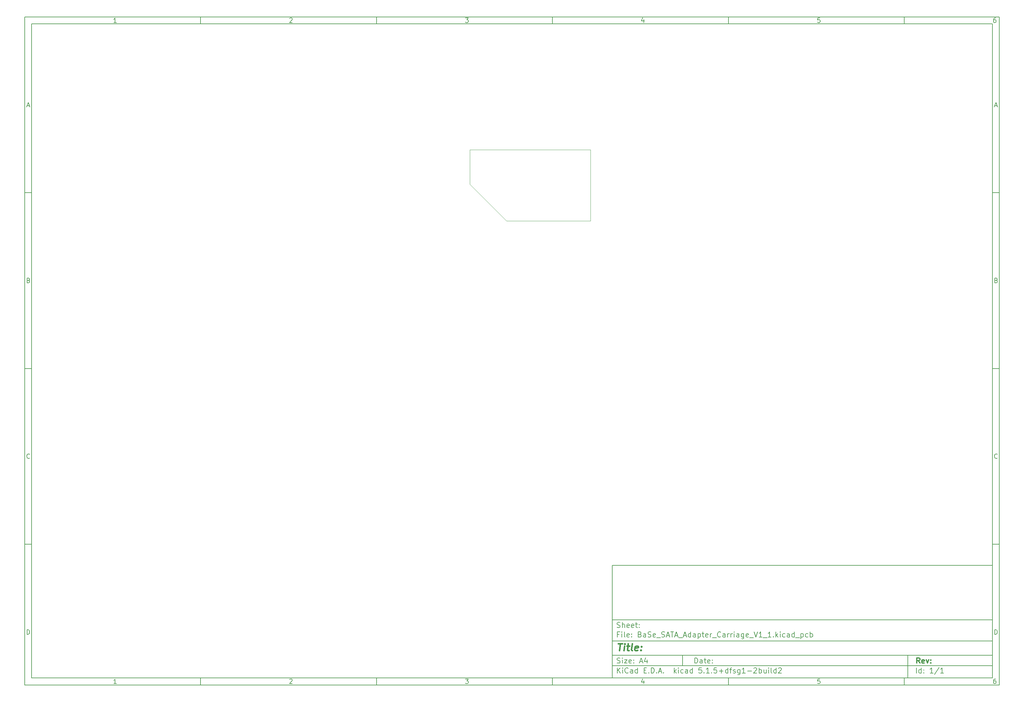
<source format=gbr>
G04 #@! TF.GenerationSoftware,KiCad,Pcbnew,5.1.5+dfsg1-2build2*
G04 #@! TF.CreationDate,2020-07-02T19:51:55+02:00*
G04 #@! TF.ProjectId,BaSe_SATA_Adapter_Carriage_V1_1,42615365-5f53-4415-9441-5f4164617074,rev?*
G04 #@! TF.SameCoordinates,Original*
G04 #@! TF.FileFunction,Profile,NP*
%FSLAX46Y46*%
G04 Gerber Fmt 4.6, Leading zero omitted, Abs format (unit mm)*
G04 Created by KiCad (PCBNEW 5.1.5+dfsg1-2build2) date 2020-07-02 19:51:55*
%MOMM*%
%LPD*%
G04 APERTURE LIST*
%ADD10C,0.100000*%
%ADD11C,0.150000*%
%ADD12C,0.300000*%
%ADD13C,0.400000*%
%ADD14C,0.050000*%
G04 APERTURE END LIST*
D10*
D11*
X177002200Y-166007200D02*
X177002200Y-198007200D01*
X285002200Y-198007200D01*
X285002200Y-166007200D01*
X177002200Y-166007200D01*
D10*
D11*
X10000000Y-10000000D02*
X10000000Y-200007200D01*
X287002200Y-200007200D01*
X287002200Y-10000000D01*
X10000000Y-10000000D01*
D10*
D11*
X12000000Y-12000000D02*
X12000000Y-198007200D01*
X285002200Y-198007200D01*
X285002200Y-12000000D01*
X12000000Y-12000000D01*
D10*
D11*
X60000000Y-12000000D02*
X60000000Y-10000000D01*
D10*
D11*
X110000000Y-12000000D02*
X110000000Y-10000000D01*
D10*
D11*
X160000000Y-12000000D02*
X160000000Y-10000000D01*
D10*
D11*
X210000000Y-12000000D02*
X210000000Y-10000000D01*
D10*
D11*
X260000000Y-12000000D02*
X260000000Y-10000000D01*
D10*
D11*
X36065476Y-11588095D02*
X35322619Y-11588095D01*
X35694047Y-11588095D02*
X35694047Y-10288095D01*
X35570238Y-10473809D01*
X35446428Y-10597619D01*
X35322619Y-10659523D01*
D10*
D11*
X85322619Y-10411904D02*
X85384523Y-10350000D01*
X85508333Y-10288095D01*
X85817857Y-10288095D01*
X85941666Y-10350000D01*
X86003571Y-10411904D01*
X86065476Y-10535714D01*
X86065476Y-10659523D01*
X86003571Y-10845238D01*
X85260714Y-11588095D01*
X86065476Y-11588095D01*
D10*
D11*
X135260714Y-10288095D02*
X136065476Y-10288095D01*
X135632142Y-10783333D01*
X135817857Y-10783333D01*
X135941666Y-10845238D01*
X136003571Y-10907142D01*
X136065476Y-11030952D01*
X136065476Y-11340476D01*
X136003571Y-11464285D01*
X135941666Y-11526190D01*
X135817857Y-11588095D01*
X135446428Y-11588095D01*
X135322619Y-11526190D01*
X135260714Y-11464285D01*
D10*
D11*
X185941666Y-10721428D02*
X185941666Y-11588095D01*
X185632142Y-10226190D02*
X185322619Y-11154761D01*
X186127380Y-11154761D01*
D10*
D11*
X236003571Y-10288095D02*
X235384523Y-10288095D01*
X235322619Y-10907142D01*
X235384523Y-10845238D01*
X235508333Y-10783333D01*
X235817857Y-10783333D01*
X235941666Y-10845238D01*
X236003571Y-10907142D01*
X236065476Y-11030952D01*
X236065476Y-11340476D01*
X236003571Y-11464285D01*
X235941666Y-11526190D01*
X235817857Y-11588095D01*
X235508333Y-11588095D01*
X235384523Y-11526190D01*
X235322619Y-11464285D01*
D10*
D11*
X285941666Y-10288095D02*
X285694047Y-10288095D01*
X285570238Y-10350000D01*
X285508333Y-10411904D01*
X285384523Y-10597619D01*
X285322619Y-10845238D01*
X285322619Y-11340476D01*
X285384523Y-11464285D01*
X285446428Y-11526190D01*
X285570238Y-11588095D01*
X285817857Y-11588095D01*
X285941666Y-11526190D01*
X286003571Y-11464285D01*
X286065476Y-11340476D01*
X286065476Y-11030952D01*
X286003571Y-10907142D01*
X285941666Y-10845238D01*
X285817857Y-10783333D01*
X285570238Y-10783333D01*
X285446428Y-10845238D01*
X285384523Y-10907142D01*
X285322619Y-11030952D01*
D10*
D11*
X60000000Y-198007200D02*
X60000000Y-200007200D01*
D10*
D11*
X110000000Y-198007200D02*
X110000000Y-200007200D01*
D10*
D11*
X160000000Y-198007200D02*
X160000000Y-200007200D01*
D10*
D11*
X210000000Y-198007200D02*
X210000000Y-200007200D01*
D10*
D11*
X260000000Y-198007200D02*
X260000000Y-200007200D01*
D10*
D11*
X36065476Y-199595295D02*
X35322619Y-199595295D01*
X35694047Y-199595295D02*
X35694047Y-198295295D01*
X35570238Y-198481009D01*
X35446428Y-198604819D01*
X35322619Y-198666723D01*
D10*
D11*
X85322619Y-198419104D02*
X85384523Y-198357200D01*
X85508333Y-198295295D01*
X85817857Y-198295295D01*
X85941666Y-198357200D01*
X86003571Y-198419104D01*
X86065476Y-198542914D01*
X86065476Y-198666723D01*
X86003571Y-198852438D01*
X85260714Y-199595295D01*
X86065476Y-199595295D01*
D10*
D11*
X135260714Y-198295295D02*
X136065476Y-198295295D01*
X135632142Y-198790533D01*
X135817857Y-198790533D01*
X135941666Y-198852438D01*
X136003571Y-198914342D01*
X136065476Y-199038152D01*
X136065476Y-199347676D01*
X136003571Y-199471485D01*
X135941666Y-199533390D01*
X135817857Y-199595295D01*
X135446428Y-199595295D01*
X135322619Y-199533390D01*
X135260714Y-199471485D01*
D10*
D11*
X185941666Y-198728628D02*
X185941666Y-199595295D01*
X185632142Y-198233390D02*
X185322619Y-199161961D01*
X186127380Y-199161961D01*
D10*
D11*
X236003571Y-198295295D02*
X235384523Y-198295295D01*
X235322619Y-198914342D01*
X235384523Y-198852438D01*
X235508333Y-198790533D01*
X235817857Y-198790533D01*
X235941666Y-198852438D01*
X236003571Y-198914342D01*
X236065476Y-199038152D01*
X236065476Y-199347676D01*
X236003571Y-199471485D01*
X235941666Y-199533390D01*
X235817857Y-199595295D01*
X235508333Y-199595295D01*
X235384523Y-199533390D01*
X235322619Y-199471485D01*
D10*
D11*
X285941666Y-198295295D02*
X285694047Y-198295295D01*
X285570238Y-198357200D01*
X285508333Y-198419104D01*
X285384523Y-198604819D01*
X285322619Y-198852438D01*
X285322619Y-199347676D01*
X285384523Y-199471485D01*
X285446428Y-199533390D01*
X285570238Y-199595295D01*
X285817857Y-199595295D01*
X285941666Y-199533390D01*
X286003571Y-199471485D01*
X286065476Y-199347676D01*
X286065476Y-199038152D01*
X286003571Y-198914342D01*
X285941666Y-198852438D01*
X285817857Y-198790533D01*
X285570238Y-198790533D01*
X285446428Y-198852438D01*
X285384523Y-198914342D01*
X285322619Y-199038152D01*
D10*
D11*
X10000000Y-60000000D02*
X12000000Y-60000000D01*
D10*
D11*
X10000000Y-110000000D02*
X12000000Y-110000000D01*
D10*
D11*
X10000000Y-160000000D02*
X12000000Y-160000000D01*
D10*
D11*
X10690476Y-35216666D02*
X11309523Y-35216666D01*
X10566666Y-35588095D02*
X11000000Y-34288095D01*
X11433333Y-35588095D01*
D10*
D11*
X11092857Y-84907142D02*
X11278571Y-84969047D01*
X11340476Y-85030952D01*
X11402380Y-85154761D01*
X11402380Y-85340476D01*
X11340476Y-85464285D01*
X11278571Y-85526190D01*
X11154761Y-85588095D01*
X10659523Y-85588095D01*
X10659523Y-84288095D01*
X11092857Y-84288095D01*
X11216666Y-84350000D01*
X11278571Y-84411904D01*
X11340476Y-84535714D01*
X11340476Y-84659523D01*
X11278571Y-84783333D01*
X11216666Y-84845238D01*
X11092857Y-84907142D01*
X10659523Y-84907142D01*
D10*
D11*
X11402380Y-135464285D02*
X11340476Y-135526190D01*
X11154761Y-135588095D01*
X11030952Y-135588095D01*
X10845238Y-135526190D01*
X10721428Y-135402380D01*
X10659523Y-135278571D01*
X10597619Y-135030952D01*
X10597619Y-134845238D01*
X10659523Y-134597619D01*
X10721428Y-134473809D01*
X10845238Y-134350000D01*
X11030952Y-134288095D01*
X11154761Y-134288095D01*
X11340476Y-134350000D01*
X11402380Y-134411904D01*
D10*
D11*
X10659523Y-185588095D02*
X10659523Y-184288095D01*
X10969047Y-184288095D01*
X11154761Y-184350000D01*
X11278571Y-184473809D01*
X11340476Y-184597619D01*
X11402380Y-184845238D01*
X11402380Y-185030952D01*
X11340476Y-185278571D01*
X11278571Y-185402380D01*
X11154761Y-185526190D01*
X10969047Y-185588095D01*
X10659523Y-185588095D01*
D10*
D11*
X287002200Y-60000000D02*
X285002200Y-60000000D01*
D10*
D11*
X287002200Y-110000000D02*
X285002200Y-110000000D01*
D10*
D11*
X287002200Y-160000000D02*
X285002200Y-160000000D01*
D10*
D11*
X285692676Y-35216666D02*
X286311723Y-35216666D01*
X285568866Y-35588095D02*
X286002200Y-34288095D01*
X286435533Y-35588095D01*
D10*
D11*
X286095057Y-84907142D02*
X286280771Y-84969047D01*
X286342676Y-85030952D01*
X286404580Y-85154761D01*
X286404580Y-85340476D01*
X286342676Y-85464285D01*
X286280771Y-85526190D01*
X286156961Y-85588095D01*
X285661723Y-85588095D01*
X285661723Y-84288095D01*
X286095057Y-84288095D01*
X286218866Y-84350000D01*
X286280771Y-84411904D01*
X286342676Y-84535714D01*
X286342676Y-84659523D01*
X286280771Y-84783333D01*
X286218866Y-84845238D01*
X286095057Y-84907142D01*
X285661723Y-84907142D01*
D10*
D11*
X286404580Y-135464285D02*
X286342676Y-135526190D01*
X286156961Y-135588095D01*
X286033152Y-135588095D01*
X285847438Y-135526190D01*
X285723628Y-135402380D01*
X285661723Y-135278571D01*
X285599819Y-135030952D01*
X285599819Y-134845238D01*
X285661723Y-134597619D01*
X285723628Y-134473809D01*
X285847438Y-134350000D01*
X286033152Y-134288095D01*
X286156961Y-134288095D01*
X286342676Y-134350000D01*
X286404580Y-134411904D01*
D10*
D11*
X285661723Y-185588095D02*
X285661723Y-184288095D01*
X285971247Y-184288095D01*
X286156961Y-184350000D01*
X286280771Y-184473809D01*
X286342676Y-184597619D01*
X286404580Y-184845238D01*
X286404580Y-185030952D01*
X286342676Y-185278571D01*
X286280771Y-185402380D01*
X286156961Y-185526190D01*
X285971247Y-185588095D01*
X285661723Y-185588095D01*
D10*
D11*
X200434342Y-193785771D02*
X200434342Y-192285771D01*
X200791485Y-192285771D01*
X201005771Y-192357200D01*
X201148628Y-192500057D01*
X201220057Y-192642914D01*
X201291485Y-192928628D01*
X201291485Y-193142914D01*
X201220057Y-193428628D01*
X201148628Y-193571485D01*
X201005771Y-193714342D01*
X200791485Y-193785771D01*
X200434342Y-193785771D01*
X202577200Y-193785771D02*
X202577200Y-193000057D01*
X202505771Y-192857200D01*
X202362914Y-192785771D01*
X202077200Y-192785771D01*
X201934342Y-192857200D01*
X202577200Y-193714342D02*
X202434342Y-193785771D01*
X202077200Y-193785771D01*
X201934342Y-193714342D01*
X201862914Y-193571485D01*
X201862914Y-193428628D01*
X201934342Y-193285771D01*
X202077200Y-193214342D01*
X202434342Y-193214342D01*
X202577200Y-193142914D01*
X203077200Y-192785771D02*
X203648628Y-192785771D01*
X203291485Y-192285771D02*
X203291485Y-193571485D01*
X203362914Y-193714342D01*
X203505771Y-193785771D01*
X203648628Y-193785771D01*
X204720057Y-193714342D02*
X204577200Y-193785771D01*
X204291485Y-193785771D01*
X204148628Y-193714342D01*
X204077200Y-193571485D01*
X204077200Y-193000057D01*
X204148628Y-192857200D01*
X204291485Y-192785771D01*
X204577200Y-192785771D01*
X204720057Y-192857200D01*
X204791485Y-193000057D01*
X204791485Y-193142914D01*
X204077200Y-193285771D01*
X205434342Y-193642914D02*
X205505771Y-193714342D01*
X205434342Y-193785771D01*
X205362914Y-193714342D01*
X205434342Y-193642914D01*
X205434342Y-193785771D01*
X205434342Y-192857200D02*
X205505771Y-192928628D01*
X205434342Y-193000057D01*
X205362914Y-192928628D01*
X205434342Y-192857200D01*
X205434342Y-193000057D01*
D10*
D11*
X177002200Y-194507200D02*
X285002200Y-194507200D01*
D10*
D11*
X178434342Y-196585771D02*
X178434342Y-195085771D01*
X179291485Y-196585771D02*
X178648628Y-195728628D01*
X179291485Y-195085771D02*
X178434342Y-195942914D01*
X179934342Y-196585771D02*
X179934342Y-195585771D01*
X179934342Y-195085771D02*
X179862914Y-195157200D01*
X179934342Y-195228628D01*
X180005771Y-195157200D01*
X179934342Y-195085771D01*
X179934342Y-195228628D01*
X181505771Y-196442914D02*
X181434342Y-196514342D01*
X181220057Y-196585771D01*
X181077200Y-196585771D01*
X180862914Y-196514342D01*
X180720057Y-196371485D01*
X180648628Y-196228628D01*
X180577200Y-195942914D01*
X180577200Y-195728628D01*
X180648628Y-195442914D01*
X180720057Y-195300057D01*
X180862914Y-195157200D01*
X181077200Y-195085771D01*
X181220057Y-195085771D01*
X181434342Y-195157200D01*
X181505771Y-195228628D01*
X182791485Y-196585771D02*
X182791485Y-195800057D01*
X182720057Y-195657200D01*
X182577200Y-195585771D01*
X182291485Y-195585771D01*
X182148628Y-195657200D01*
X182791485Y-196514342D02*
X182648628Y-196585771D01*
X182291485Y-196585771D01*
X182148628Y-196514342D01*
X182077200Y-196371485D01*
X182077200Y-196228628D01*
X182148628Y-196085771D01*
X182291485Y-196014342D01*
X182648628Y-196014342D01*
X182791485Y-195942914D01*
X184148628Y-196585771D02*
X184148628Y-195085771D01*
X184148628Y-196514342D02*
X184005771Y-196585771D01*
X183720057Y-196585771D01*
X183577200Y-196514342D01*
X183505771Y-196442914D01*
X183434342Y-196300057D01*
X183434342Y-195871485D01*
X183505771Y-195728628D01*
X183577200Y-195657200D01*
X183720057Y-195585771D01*
X184005771Y-195585771D01*
X184148628Y-195657200D01*
X186005771Y-195800057D02*
X186505771Y-195800057D01*
X186720057Y-196585771D02*
X186005771Y-196585771D01*
X186005771Y-195085771D01*
X186720057Y-195085771D01*
X187362914Y-196442914D02*
X187434342Y-196514342D01*
X187362914Y-196585771D01*
X187291485Y-196514342D01*
X187362914Y-196442914D01*
X187362914Y-196585771D01*
X188077200Y-196585771D02*
X188077200Y-195085771D01*
X188434342Y-195085771D01*
X188648628Y-195157200D01*
X188791485Y-195300057D01*
X188862914Y-195442914D01*
X188934342Y-195728628D01*
X188934342Y-195942914D01*
X188862914Y-196228628D01*
X188791485Y-196371485D01*
X188648628Y-196514342D01*
X188434342Y-196585771D01*
X188077200Y-196585771D01*
X189577200Y-196442914D02*
X189648628Y-196514342D01*
X189577200Y-196585771D01*
X189505771Y-196514342D01*
X189577200Y-196442914D01*
X189577200Y-196585771D01*
X190220057Y-196157200D02*
X190934342Y-196157200D01*
X190077200Y-196585771D02*
X190577200Y-195085771D01*
X191077200Y-196585771D01*
X191577200Y-196442914D02*
X191648628Y-196514342D01*
X191577200Y-196585771D01*
X191505771Y-196514342D01*
X191577200Y-196442914D01*
X191577200Y-196585771D01*
X194577200Y-196585771D02*
X194577200Y-195085771D01*
X194720057Y-196014342D02*
X195148628Y-196585771D01*
X195148628Y-195585771D02*
X194577200Y-196157200D01*
X195791485Y-196585771D02*
X195791485Y-195585771D01*
X195791485Y-195085771D02*
X195720057Y-195157200D01*
X195791485Y-195228628D01*
X195862914Y-195157200D01*
X195791485Y-195085771D01*
X195791485Y-195228628D01*
X197148628Y-196514342D02*
X197005771Y-196585771D01*
X196720057Y-196585771D01*
X196577200Y-196514342D01*
X196505771Y-196442914D01*
X196434342Y-196300057D01*
X196434342Y-195871485D01*
X196505771Y-195728628D01*
X196577200Y-195657200D01*
X196720057Y-195585771D01*
X197005771Y-195585771D01*
X197148628Y-195657200D01*
X198434342Y-196585771D02*
X198434342Y-195800057D01*
X198362914Y-195657200D01*
X198220057Y-195585771D01*
X197934342Y-195585771D01*
X197791485Y-195657200D01*
X198434342Y-196514342D02*
X198291485Y-196585771D01*
X197934342Y-196585771D01*
X197791485Y-196514342D01*
X197720057Y-196371485D01*
X197720057Y-196228628D01*
X197791485Y-196085771D01*
X197934342Y-196014342D01*
X198291485Y-196014342D01*
X198434342Y-195942914D01*
X199791485Y-196585771D02*
X199791485Y-195085771D01*
X199791485Y-196514342D02*
X199648628Y-196585771D01*
X199362914Y-196585771D01*
X199220057Y-196514342D01*
X199148628Y-196442914D01*
X199077200Y-196300057D01*
X199077200Y-195871485D01*
X199148628Y-195728628D01*
X199220057Y-195657200D01*
X199362914Y-195585771D01*
X199648628Y-195585771D01*
X199791485Y-195657200D01*
X202362914Y-195085771D02*
X201648628Y-195085771D01*
X201577200Y-195800057D01*
X201648628Y-195728628D01*
X201791485Y-195657200D01*
X202148628Y-195657200D01*
X202291485Y-195728628D01*
X202362914Y-195800057D01*
X202434342Y-195942914D01*
X202434342Y-196300057D01*
X202362914Y-196442914D01*
X202291485Y-196514342D01*
X202148628Y-196585771D01*
X201791485Y-196585771D01*
X201648628Y-196514342D01*
X201577200Y-196442914D01*
X203077200Y-196442914D02*
X203148628Y-196514342D01*
X203077200Y-196585771D01*
X203005771Y-196514342D01*
X203077200Y-196442914D01*
X203077200Y-196585771D01*
X204577200Y-196585771D02*
X203720057Y-196585771D01*
X204148628Y-196585771D02*
X204148628Y-195085771D01*
X204005771Y-195300057D01*
X203862914Y-195442914D01*
X203720057Y-195514342D01*
X205220057Y-196442914D02*
X205291485Y-196514342D01*
X205220057Y-196585771D01*
X205148628Y-196514342D01*
X205220057Y-196442914D01*
X205220057Y-196585771D01*
X206648628Y-195085771D02*
X205934342Y-195085771D01*
X205862914Y-195800057D01*
X205934342Y-195728628D01*
X206077200Y-195657200D01*
X206434342Y-195657200D01*
X206577200Y-195728628D01*
X206648628Y-195800057D01*
X206720057Y-195942914D01*
X206720057Y-196300057D01*
X206648628Y-196442914D01*
X206577200Y-196514342D01*
X206434342Y-196585771D01*
X206077200Y-196585771D01*
X205934342Y-196514342D01*
X205862914Y-196442914D01*
X207362914Y-196014342D02*
X208505771Y-196014342D01*
X207934342Y-196585771D02*
X207934342Y-195442914D01*
X209862914Y-196585771D02*
X209862914Y-195085771D01*
X209862914Y-196514342D02*
X209720057Y-196585771D01*
X209434342Y-196585771D01*
X209291485Y-196514342D01*
X209220057Y-196442914D01*
X209148628Y-196300057D01*
X209148628Y-195871485D01*
X209220057Y-195728628D01*
X209291485Y-195657200D01*
X209434342Y-195585771D01*
X209720057Y-195585771D01*
X209862914Y-195657200D01*
X210362914Y-195585771D02*
X210934342Y-195585771D01*
X210577200Y-196585771D02*
X210577200Y-195300057D01*
X210648628Y-195157200D01*
X210791485Y-195085771D01*
X210934342Y-195085771D01*
X211362914Y-196514342D02*
X211505771Y-196585771D01*
X211791485Y-196585771D01*
X211934342Y-196514342D01*
X212005771Y-196371485D01*
X212005771Y-196300057D01*
X211934342Y-196157200D01*
X211791485Y-196085771D01*
X211577200Y-196085771D01*
X211434342Y-196014342D01*
X211362914Y-195871485D01*
X211362914Y-195800057D01*
X211434342Y-195657200D01*
X211577200Y-195585771D01*
X211791485Y-195585771D01*
X211934342Y-195657200D01*
X213291485Y-195585771D02*
X213291485Y-196800057D01*
X213220057Y-196942914D01*
X213148628Y-197014342D01*
X213005771Y-197085771D01*
X212791485Y-197085771D01*
X212648628Y-197014342D01*
X213291485Y-196514342D02*
X213148628Y-196585771D01*
X212862914Y-196585771D01*
X212720057Y-196514342D01*
X212648628Y-196442914D01*
X212577200Y-196300057D01*
X212577200Y-195871485D01*
X212648628Y-195728628D01*
X212720057Y-195657200D01*
X212862914Y-195585771D01*
X213148628Y-195585771D01*
X213291485Y-195657200D01*
X214791485Y-196585771D02*
X213934342Y-196585771D01*
X214362914Y-196585771D02*
X214362914Y-195085771D01*
X214220057Y-195300057D01*
X214077200Y-195442914D01*
X213934342Y-195514342D01*
X215434342Y-196014342D02*
X216577200Y-196014342D01*
X217220057Y-195228628D02*
X217291485Y-195157200D01*
X217434342Y-195085771D01*
X217791485Y-195085771D01*
X217934342Y-195157200D01*
X218005771Y-195228628D01*
X218077200Y-195371485D01*
X218077200Y-195514342D01*
X218005771Y-195728628D01*
X217148628Y-196585771D01*
X218077200Y-196585771D01*
X218720057Y-196585771D02*
X218720057Y-195085771D01*
X218720057Y-195657200D02*
X218862914Y-195585771D01*
X219148628Y-195585771D01*
X219291485Y-195657200D01*
X219362914Y-195728628D01*
X219434342Y-195871485D01*
X219434342Y-196300057D01*
X219362914Y-196442914D01*
X219291485Y-196514342D01*
X219148628Y-196585771D01*
X218862914Y-196585771D01*
X218720057Y-196514342D01*
X220720057Y-195585771D02*
X220720057Y-196585771D01*
X220077200Y-195585771D02*
X220077200Y-196371485D01*
X220148628Y-196514342D01*
X220291485Y-196585771D01*
X220505771Y-196585771D01*
X220648628Y-196514342D01*
X220720057Y-196442914D01*
X221434342Y-196585771D02*
X221434342Y-195585771D01*
X221434342Y-195085771D02*
X221362914Y-195157200D01*
X221434342Y-195228628D01*
X221505771Y-195157200D01*
X221434342Y-195085771D01*
X221434342Y-195228628D01*
X222362914Y-196585771D02*
X222220057Y-196514342D01*
X222148628Y-196371485D01*
X222148628Y-195085771D01*
X223577200Y-196585771D02*
X223577200Y-195085771D01*
X223577200Y-196514342D02*
X223434342Y-196585771D01*
X223148628Y-196585771D01*
X223005771Y-196514342D01*
X222934342Y-196442914D01*
X222862914Y-196300057D01*
X222862914Y-195871485D01*
X222934342Y-195728628D01*
X223005771Y-195657200D01*
X223148628Y-195585771D01*
X223434342Y-195585771D01*
X223577200Y-195657200D01*
X224220057Y-195228628D02*
X224291485Y-195157200D01*
X224434342Y-195085771D01*
X224791485Y-195085771D01*
X224934342Y-195157200D01*
X225005771Y-195228628D01*
X225077200Y-195371485D01*
X225077200Y-195514342D01*
X225005771Y-195728628D01*
X224148628Y-196585771D01*
X225077200Y-196585771D01*
D10*
D11*
X177002200Y-191507200D02*
X285002200Y-191507200D01*
D10*
D12*
X264411485Y-193785771D02*
X263911485Y-193071485D01*
X263554342Y-193785771D02*
X263554342Y-192285771D01*
X264125771Y-192285771D01*
X264268628Y-192357200D01*
X264340057Y-192428628D01*
X264411485Y-192571485D01*
X264411485Y-192785771D01*
X264340057Y-192928628D01*
X264268628Y-193000057D01*
X264125771Y-193071485D01*
X263554342Y-193071485D01*
X265625771Y-193714342D02*
X265482914Y-193785771D01*
X265197200Y-193785771D01*
X265054342Y-193714342D01*
X264982914Y-193571485D01*
X264982914Y-193000057D01*
X265054342Y-192857200D01*
X265197200Y-192785771D01*
X265482914Y-192785771D01*
X265625771Y-192857200D01*
X265697200Y-193000057D01*
X265697200Y-193142914D01*
X264982914Y-193285771D01*
X266197200Y-192785771D02*
X266554342Y-193785771D01*
X266911485Y-192785771D01*
X267482914Y-193642914D02*
X267554342Y-193714342D01*
X267482914Y-193785771D01*
X267411485Y-193714342D01*
X267482914Y-193642914D01*
X267482914Y-193785771D01*
X267482914Y-192857200D02*
X267554342Y-192928628D01*
X267482914Y-193000057D01*
X267411485Y-192928628D01*
X267482914Y-192857200D01*
X267482914Y-193000057D01*
D10*
D11*
X178362914Y-193714342D02*
X178577200Y-193785771D01*
X178934342Y-193785771D01*
X179077200Y-193714342D01*
X179148628Y-193642914D01*
X179220057Y-193500057D01*
X179220057Y-193357200D01*
X179148628Y-193214342D01*
X179077200Y-193142914D01*
X178934342Y-193071485D01*
X178648628Y-193000057D01*
X178505771Y-192928628D01*
X178434342Y-192857200D01*
X178362914Y-192714342D01*
X178362914Y-192571485D01*
X178434342Y-192428628D01*
X178505771Y-192357200D01*
X178648628Y-192285771D01*
X179005771Y-192285771D01*
X179220057Y-192357200D01*
X179862914Y-193785771D02*
X179862914Y-192785771D01*
X179862914Y-192285771D02*
X179791485Y-192357200D01*
X179862914Y-192428628D01*
X179934342Y-192357200D01*
X179862914Y-192285771D01*
X179862914Y-192428628D01*
X180434342Y-192785771D02*
X181220057Y-192785771D01*
X180434342Y-193785771D01*
X181220057Y-193785771D01*
X182362914Y-193714342D02*
X182220057Y-193785771D01*
X181934342Y-193785771D01*
X181791485Y-193714342D01*
X181720057Y-193571485D01*
X181720057Y-193000057D01*
X181791485Y-192857200D01*
X181934342Y-192785771D01*
X182220057Y-192785771D01*
X182362914Y-192857200D01*
X182434342Y-193000057D01*
X182434342Y-193142914D01*
X181720057Y-193285771D01*
X183077200Y-193642914D02*
X183148628Y-193714342D01*
X183077200Y-193785771D01*
X183005771Y-193714342D01*
X183077200Y-193642914D01*
X183077200Y-193785771D01*
X183077200Y-192857200D02*
X183148628Y-192928628D01*
X183077200Y-193000057D01*
X183005771Y-192928628D01*
X183077200Y-192857200D01*
X183077200Y-193000057D01*
X184862914Y-193357200D02*
X185577200Y-193357200D01*
X184720057Y-193785771D02*
X185220057Y-192285771D01*
X185720057Y-193785771D01*
X186862914Y-192785771D02*
X186862914Y-193785771D01*
X186505771Y-192214342D02*
X186148628Y-193285771D01*
X187077200Y-193285771D01*
D10*
D11*
X263434342Y-196585771D02*
X263434342Y-195085771D01*
X264791485Y-196585771D02*
X264791485Y-195085771D01*
X264791485Y-196514342D02*
X264648628Y-196585771D01*
X264362914Y-196585771D01*
X264220057Y-196514342D01*
X264148628Y-196442914D01*
X264077200Y-196300057D01*
X264077200Y-195871485D01*
X264148628Y-195728628D01*
X264220057Y-195657200D01*
X264362914Y-195585771D01*
X264648628Y-195585771D01*
X264791485Y-195657200D01*
X265505771Y-196442914D02*
X265577200Y-196514342D01*
X265505771Y-196585771D01*
X265434342Y-196514342D01*
X265505771Y-196442914D01*
X265505771Y-196585771D01*
X265505771Y-195657200D02*
X265577200Y-195728628D01*
X265505771Y-195800057D01*
X265434342Y-195728628D01*
X265505771Y-195657200D01*
X265505771Y-195800057D01*
X268148628Y-196585771D02*
X267291485Y-196585771D01*
X267720057Y-196585771D02*
X267720057Y-195085771D01*
X267577200Y-195300057D01*
X267434342Y-195442914D01*
X267291485Y-195514342D01*
X269862914Y-195014342D02*
X268577200Y-196942914D01*
X271148628Y-196585771D02*
X270291485Y-196585771D01*
X270720057Y-196585771D02*
X270720057Y-195085771D01*
X270577200Y-195300057D01*
X270434342Y-195442914D01*
X270291485Y-195514342D01*
D10*
D11*
X177002200Y-187507200D02*
X285002200Y-187507200D01*
D10*
D13*
X178714580Y-188211961D02*
X179857438Y-188211961D01*
X179036009Y-190211961D02*
X179286009Y-188211961D01*
X180274104Y-190211961D02*
X180440771Y-188878628D01*
X180524104Y-188211961D02*
X180416961Y-188307200D01*
X180500295Y-188402438D01*
X180607438Y-188307200D01*
X180524104Y-188211961D01*
X180500295Y-188402438D01*
X181107438Y-188878628D02*
X181869342Y-188878628D01*
X181476485Y-188211961D02*
X181262200Y-189926247D01*
X181333628Y-190116723D01*
X181512200Y-190211961D01*
X181702676Y-190211961D01*
X182655057Y-190211961D02*
X182476485Y-190116723D01*
X182405057Y-189926247D01*
X182619342Y-188211961D01*
X184190771Y-190116723D02*
X183988390Y-190211961D01*
X183607438Y-190211961D01*
X183428866Y-190116723D01*
X183357438Y-189926247D01*
X183452676Y-189164342D01*
X183571723Y-188973866D01*
X183774104Y-188878628D01*
X184155057Y-188878628D01*
X184333628Y-188973866D01*
X184405057Y-189164342D01*
X184381247Y-189354819D01*
X183405057Y-189545295D01*
X185155057Y-190021485D02*
X185238390Y-190116723D01*
X185131247Y-190211961D01*
X185047914Y-190116723D01*
X185155057Y-190021485D01*
X185131247Y-190211961D01*
X185286009Y-188973866D02*
X185369342Y-189069104D01*
X185262200Y-189164342D01*
X185178866Y-189069104D01*
X185286009Y-188973866D01*
X185262200Y-189164342D01*
D10*
D11*
X178934342Y-185600057D02*
X178434342Y-185600057D01*
X178434342Y-186385771D02*
X178434342Y-184885771D01*
X179148628Y-184885771D01*
X179720057Y-186385771D02*
X179720057Y-185385771D01*
X179720057Y-184885771D02*
X179648628Y-184957200D01*
X179720057Y-185028628D01*
X179791485Y-184957200D01*
X179720057Y-184885771D01*
X179720057Y-185028628D01*
X180648628Y-186385771D02*
X180505771Y-186314342D01*
X180434342Y-186171485D01*
X180434342Y-184885771D01*
X181791485Y-186314342D02*
X181648628Y-186385771D01*
X181362914Y-186385771D01*
X181220057Y-186314342D01*
X181148628Y-186171485D01*
X181148628Y-185600057D01*
X181220057Y-185457200D01*
X181362914Y-185385771D01*
X181648628Y-185385771D01*
X181791485Y-185457200D01*
X181862914Y-185600057D01*
X181862914Y-185742914D01*
X181148628Y-185885771D01*
X182505771Y-186242914D02*
X182577200Y-186314342D01*
X182505771Y-186385771D01*
X182434342Y-186314342D01*
X182505771Y-186242914D01*
X182505771Y-186385771D01*
X182505771Y-185457200D02*
X182577200Y-185528628D01*
X182505771Y-185600057D01*
X182434342Y-185528628D01*
X182505771Y-185457200D01*
X182505771Y-185600057D01*
X184862914Y-185600057D02*
X185077200Y-185671485D01*
X185148628Y-185742914D01*
X185220057Y-185885771D01*
X185220057Y-186100057D01*
X185148628Y-186242914D01*
X185077200Y-186314342D01*
X184934342Y-186385771D01*
X184362914Y-186385771D01*
X184362914Y-184885771D01*
X184862914Y-184885771D01*
X185005771Y-184957200D01*
X185077200Y-185028628D01*
X185148628Y-185171485D01*
X185148628Y-185314342D01*
X185077200Y-185457200D01*
X185005771Y-185528628D01*
X184862914Y-185600057D01*
X184362914Y-185600057D01*
X186505771Y-186385771D02*
X186505771Y-185600057D01*
X186434342Y-185457200D01*
X186291485Y-185385771D01*
X186005771Y-185385771D01*
X185862914Y-185457200D01*
X186505771Y-186314342D02*
X186362914Y-186385771D01*
X186005771Y-186385771D01*
X185862914Y-186314342D01*
X185791485Y-186171485D01*
X185791485Y-186028628D01*
X185862914Y-185885771D01*
X186005771Y-185814342D01*
X186362914Y-185814342D01*
X186505771Y-185742914D01*
X187148628Y-186314342D02*
X187362914Y-186385771D01*
X187720057Y-186385771D01*
X187862914Y-186314342D01*
X187934342Y-186242914D01*
X188005771Y-186100057D01*
X188005771Y-185957200D01*
X187934342Y-185814342D01*
X187862914Y-185742914D01*
X187720057Y-185671485D01*
X187434342Y-185600057D01*
X187291485Y-185528628D01*
X187220057Y-185457200D01*
X187148628Y-185314342D01*
X187148628Y-185171485D01*
X187220057Y-185028628D01*
X187291485Y-184957200D01*
X187434342Y-184885771D01*
X187791485Y-184885771D01*
X188005771Y-184957200D01*
X189220057Y-186314342D02*
X189077200Y-186385771D01*
X188791485Y-186385771D01*
X188648628Y-186314342D01*
X188577200Y-186171485D01*
X188577200Y-185600057D01*
X188648628Y-185457200D01*
X188791485Y-185385771D01*
X189077200Y-185385771D01*
X189220057Y-185457200D01*
X189291485Y-185600057D01*
X189291485Y-185742914D01*
X188577200Y-185885771D01*
X189577200Y-186528628D02*
X190720057Y-186528628D01*
X191005771Y-186314342D02*
X191220057Y-186385771D01*
X191577200Y-186385771D01*
X191720057Y-186314342D01*
X191791485Y-186242914D01*
X191862914Y-186100057D01*
X191862914Y-185957200D01*
X191791485Y-185814342D01*
X191720057Y-185742914D01*
X191577200Y-185671485D01*
X191291485Y-185600057D01*
X191148628Y-185528628D01*
X191077200Y-185457200D01*
X191005771Y-185314342D01*
X191005771Y-185171485D01*
X191077200Y-185028628D01*
X191148628Y-184957200D01*
X191291485Y-184885771D01*
X191648628Y-184885771D01*
X191862914Y-184957200D01*
X192434342Y-185957200D02*
X193148628Y-185957200D01*
X192291485Y-186385771D02*
X192791485Y-184885771D01*
X193291485Y-186385771D01*
X193577200Y-184885771D02*
X194434342Y-184885771D01*
X194005771Y-186385771D02*
X194005771Y-184885771D01*
X194862914Y-185957200D02*
X195577200Y-185957200D01*
X194720057Y-186385771D02*
X195220057Y-184885771D01*
X195720057Y-186385771D01*
X195862914Y-186528628D02*
X197005771Y-186528628D01*
X197291485Y-185957200D02*
X198005771Y-185957200D01*
X197148628Y-186385771D02*
X197648628Y-184885771D01*
X198148628Y-186385771D01*
X199291485Y-186385771D02*
X199291485Y-184885771D01*
X199291485Y-186314342D02*
X199148628Y-186385771D01*
X198862914Y-186385771D01*
X198720057Y-186314342D01*
X198648628Y-186242914D01*
X198577200Y-186100057D01*
X198577200Y-185671485D01*
X198648628Y-185528628D01*
X198720057Y-185457200D01*
X198862914Y-185385771D01*
X199148628Y-185385771D01*
X199291485Y-185457200D01*
X200648628Y-186385771D02*
X200648628Y-185600057D01*
X200577200Y-185457200D01*
X200434342Y-185385771D01*
X200148628Y-185385771D01*
X200005771Y-185457200D01*
X200648628Y-186314342D02*
X200505771Y-186385771D01*
X200148628Y-186385771D01*
X200005771Y-186314342D01*
X199934342Y-186171485D01*
X199934342Y-186028628D01*
X200005771Y-185885771D01*
X200148628Y-185814342D01*
X200505771Y-185814342D01*
X200648628Y-185742914D01*
X201362914Y-185385771D02*
X201362914Y-186885771D01*
X201362914Y-185457200D02*
X201505771Y-185385771D01*
X201791485Y-185385771D01*
X201934342Y-185457200D01*
X202005771Y-185528628D01*
X202077200Y-185671485D01*
X202077200Y-186100057D01*
X202005771Y-186242914D01*
X201934342Y-186314342D01*
X201791485Y-186385771D01*
X201505771Y-186385771D01*
X201362914Y-186314342D01*
X202505771Y-185385771D02*
X203077200Y-185385771D01*
X202720057Y-184885771D02*
X202720057Y-186171485D01*
X202791485Y-186314342D01*
X202934342Y-186385771D01*
X203077200Y-186385771D01*
X204148628Y-186314342D02*
X204005771Y-186385771D01*
X203720057Y-186385771D01*
X203577200Y-186314342D01*
X203505771Y-186171485D01*
X203505771Y-185600057D01*
X203577200Y-185457200D01*
X203720057Y-185385771D01*
X204005771Y-185385771D01*
X204148628Y-185457200D01*
X204220057Y-185600057D01*
X204220057Y-185742914D01*
X203505771Y-185885771D01*
X204862914Y-186385771D02*
X204862914Y-185385771D01*
X204862914Y-185671485D02*
X204934342Y-185528628D01*
X205005771Y-185457200D01*
X205148628Y-185385771D01*
X205291485Y-185385771D01*
X205434342Y-186528628D02*
X206577200Y-186528628D01*
X207791485Y-186242914D02*
X207720057Y-186314342D01*
X207505771Y-186385771D01*
X207362914Y-186385771D01*
X207148628Y-186314342D01*
X207005771Y-186171485D01*
X206934342Y-186028628D01*
X206862914Y-185742914D01*
X206862914Y-185528628D01*
X206934342Y-185242914D01*
X207005771Y-185100057D01*
X207148628Y-184957200D01*
X207362914Y-184885771D01*
X207505771Y-184885771D01*
X207720057Y-184957200D01*
X207791485Y-185028628D01*
X209077200Y-186385771D02*
X209077200Y-185600057D01*
X209005771Y-185457200D01*
X208862914Y-185385771D01*
X208577200Y-185385771D01*
X208434342Y-185457200D01*
X209077200Y-186314342D02*
X208934342Y-186385771D01*
X208577200Y-186385771D01*
X208434342Y-186314342D01*
X208362914Y-186171485D01*
X208362914Y-186028628D01*
X208434342Y-185885771D01*
X208577200Y-185814342D01*
X208934342Y-185814342D01*
X209077200Y-185742914D01*
X209791485Y-186385771D02*
X209791485Y-185385771D01*
X209791485Y-185671485D02*
X209862914Y-185528628D01*
X209934342Y-185457200D01*
X210077200Y-185385771D01*
X210220057Y-185385771D01*
X210720057Y-186385771D02*
X210720057Y-185385771D01*
X210720057Y-185671485D02*
X210791485Y-185528628D01*
X210862914Y-185457200D01*
X211005771Y-185385771D01*
X211148628Y-185385771D01*
X211648628Y-186385771D02*
X211648628Y-185385771D01*
X211648628Y-184885771D02*
X211577200Y-184957200D01*
X211648628Y-185028628D01*
X211720057Y-184957200D01*
X211648628Y-184885771D01*
X211648628Y-185028628D01*
X213005771Y-186385771D02*
X213005771Y-185600057D01*
X212934342Y-185457200D01*
X212791485Y-185385771D01*
X212505771Y-185385771D01*
X212362914Y-185457200D01*
X213005771Y-186314342D02*
X212862914Y-186385771D01*
X212505771Y-186385771D01*
X212362914Y-186314342D01*
X212291485Y-186171485D01*
X212291485Y-186028628D01*
X212362914Y-185885771D01*
X212505771Y-185814342D01*
X212862914Y-185814342D01*
X213005771Y-185742914D01*
X214362914Y-185385771D02*
X214362914Y-186600057D01*
X214291485Y-186742914D01*
X214220057Y-186814342D01*
X214077200Y-186885771D01*
X213862914Y-186885771D01*
X213720057Y-186814342D01*
X214362914Y-186314342D02*
X214220057Y-186385771D01*
X213934342Y-186385771D01*
X213791485Y-186314342D01*
X213720057Y-186242914D01*
X213648628Y-186100057D01*
X213648628Y-185671485D01*
X213720057Y-185528628D01*
X213791485Y-185457200D01*
X213934342Y-185385771D01*
X214220057Y-185385771D01*
X214362914Y-185457200D01*
X215648628Y-186314342D02*
X215505771Y-186385771D01*
X215220057Y-186385771D01*
X215077200Y-186314342D01*
X215005771Y-186171485D01*
X215005771Y-185600057D01*
X215077200Y-185457200D01*
X215220057Y-185385771D01*
X215505771Y-185385771D01*
X215648628Y-185457200D01*
X215720057Y-185600057D01*
X215720057Y-185742914D01*
X215005771Y-185885771D01*
X216005771Y-186528628D02*
X217148628Y-186528628D01*
X217291485Y-184885771D02*
X217791485Y-186385771D01*
X218291485Y-184885771D01*
X219577200Y-186385771D02*
X218720057Y-186385771D01*
X219148628Y-186385771D02*
X219148628Y-184885771D01*
X219005771Y-185100057D01*
X218862914Y-185242914D01*
X218720057Y-185314342D01*
X219862914Y-186528628D02*
X221005771Y-186528628D01*
X222148628Y-186385771D02*
X221291485Y-186385771D01*
X221720057Y-186385771D02*
X221720057Y-184885771D01*
X221577200Y-185100057D01*
X221434342Y-185242914D01*
X221291485Y-185314342D01*
X222791485Y-186242914D02*
X222862914Y-186314342D01*
X222791485Y-186385771D01*
X222720057Y-186314342D01*
X222791485Y-186242914D01*
X222791485Y-186385771D01*
X223505771Y-186385771D02*
X223505771Y-184885771D01*
X223648628Y-185814342D02*
X224077200Y-186385771D01*
X224077200Y-185385771D02*
X223505771Y-185957200D01*
X224720057Y-186385771D02*
X224720057Y-185385771D01*
X224720057Y-184885771D02*
X224648628Y-184957200D01*
X224720057Y-185028628D01*
X224791485Y-184957200D01*
X224720057Y-184885771D01*
X224720057Y-185028628D01*
X226077200Y-186314342D02*
X225934342Y-186385771D01*
X225648628Y-186385771D01*
X225505771Y-186314342D01*
X225434342Y-186242914D01*
X225362914Y-186100057D01*
X225362914Y-185671485D01*
X225434342Y-185528628D01*
X225505771Y-185457200D01*
X225648628Y-185385771D01*
X225934342Y-185385771D01*
X226077200Y-185457200D01*
X227362914Y-186385771D02*
X227362914Y-185600057D01*
X227291485Y-185457200D01*
X227148628Y-185385771D01*
X226862914Y-185385771D01*
X226720057Y-185457200D01*
X227362914Y-186314342D02*
X227220057Y-186385771D01*
X226862914Y-186385771D01*
X226720057Y-186314342D01*
X226648628Y-186171485D01*
X226648628Y-186028628D01*
X226720057Y-185885771D01*
X226862914Y-185814342D01*
X227220057Y-185814342D01*
X227362914Y-185742914D01*
X228720057Y-186385771D02*
X228720057Y-184885771D01*
X228720057Y-186314342D02*
X228577200Y-186385771D01*
X228291485Y-186385771D01*
X228148628Y-186314342D01*
X228077200Y-186242914D01*
X228005771Y-186100057D01*
X228005771Y-185671485D01*
X228077200Y-185528628D01*
X228148628Y-185457200D01*
X228291485Y-185385771D01*
X228577200Y-185385771D01*
X228720057Y-185457200D01*
X229077200Y-186528628D02*
X230220057Y-186528628D01*
X230577200Y-185385771D02*
X230577200Y-186885771D01*
X230577200Y-185457200D02*
X230720057Y-185385771D01*
X231005771Y-185385771D01*
X231148628Y-185457200D01*
X231220057Y-185528628D01*
X231291485Y-185671485D01*
X231291485Y-186100057D01*
X231220057Y-186242914D01*
X231148628Y-186314342D01*
X231005771Y-186385771D01*
X230720057Y-186385771D01*
X230577200Y-186314342D01*
X232577200Y-186314342D02*
X232434342Y-186385771D01*
X232148628Y-186385771D01*
X232005771Y-186314342D01*
X231934342Y-186242914D01*
X231862914Y-186100057D01*
X231862914Y-185671485D01*
X231934342Y-185528628D01*
X232005771Y-185457200D01*
X232148628Y-185385771D01*
X232434342Y-185385771D01*
X232577200Y-185457200D01*
X233220057Y-186385771D02*
X233220057Y-184885771D01*
X233220057Y-185457200D02*
X233362914Y-185385771D01*
X233648628Y-185385771D01*
X233791485Y-185457200D01*
X233862914Y-185528628D01*
X233934342Y-185671485D01*
X233934342Y-186100057D01*
X233862914Y-186242914D01*
X233791485Y-186314342D01*
X233648628Y-186385771D01*
X233362914Y-186385771D01*
X233220057Y-186314342D01*
D10*
D11*
X177002200Y-181507200D02*
X285002200Y-181507200D01*
D10*
D11*
X178362914Y-183614342D02*
X178577200Y-183685771D01*
X178934342Y-183685771D01*
X179077200Y-183614342D01*
X179148628Y-183542914D01*
X179220057Y-183400057D01*
X179220057Y-183257200D01*
X179148628Y-183114342D01*
X179077200Y-183042914D01*
X178934342Y-182971485D01*
X178648628Y-182900057D01*
X178505771Y-182828628D01*
X178434342Y-182757200D01*
X178362914Y-182614342D01*
X178362914Y-182471485D01*
X178434342Y-182328628D01*
X178505771Y-182257200D01*
X178648628Y-182185771D01*
X179005771Y-182185771D01*
X179220057Y-182257200D01*
X179862914Y-183685771D02*
X179862914Y-182185771D01*
X180505771Y-183685771D02*
X180505771Y-182900057D01*
X180434342Y-182757200D01*
X180291485Y-182685771D01*
X180077200Y-182685771D01*
X179934342Y-182757200D01*
X179862914Y-182828628D01*
X181791485Y-183614342D02*
X181648628Y-183685771D01*
X181362914Y-183685771D01*
X181220057Y-183614342D01*
X181148628Y-183471485D01*
X181148628Y-182900057D01*
X181220057Y-182757200D01*
X181362914Y-182685771D01*
X181648628Y-182685771D01*
X181791485Y-182757200D01*
X181862914Y-182900057D01*
X181862914Y-183042914D01*
X181148628Y-183185771D01*
X183077200Y-183614342D02*
X182934342Y-183685771D01*
X182648628Y-183685771D01*
X182505771Y-183614342D01*
X182434342Y-183471485D01*
X182434342Y-182900057D01*
X182505771Y-182757200D01*
X182648628Y-182685771D01*
X182934342Y-182685771D01*
X183077200Y-182757200D01*
X183148628Y-182900057D01*
X183148628Y-183042914D01*
X182434342Y-183185771D01*
X183577200Y-182685771D02*
X184148628Y-182685771D01*
X183791485Y-182185771D02*
X183791485Y-183471485D01*
X183862914Y-183614342D01*
X184005771Y-183685771D01*
X184148628Y-183685771D01*
X184648628Y-183542914D02*
X184720057Y-183614342D01*
X184648628Y-183685771D01*
X184577200Y-183614342D01*
X184648628Y-183542914D01*
X184648628Y-183685771D01*
X184648628Y-182757200D02*
X184720057Y-182828628D01*
X184648628Y-182900057D01*
X184577200Y-182828628D01*
X184648628Y-182757200D01*
X184648628Y-182900057D01*
D10*
D11*
X197002200Y-191507200D02*
X197002200Y-194507200D01*
D10*
D11*
X261002200Y-191507200D02*
X261002200Y-198007200D01*
D14*
X146940000Y-68020000D02*
X136530000Y-57610000D01*
X136530000Y-47820000D02*
X136530000Y-57610000D01*
X170815000Y-47820000D02*
X136530000Y-47820000D01*
X170815000Y-68020000D02*
X170815000Y-47820000D01*
X146940000Y-68020000D02*
X170815000Y-68020000D01*
M02*

</source>
